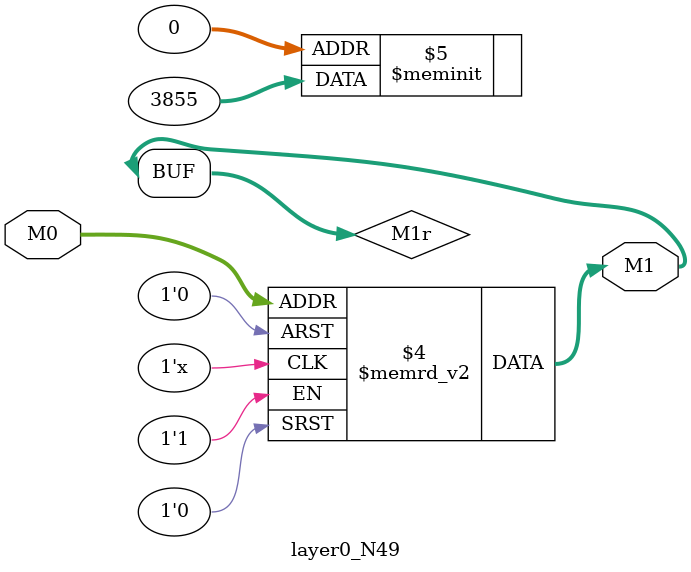
<source format=v>
module layer0_N49 ( input [3:0] M0, output [1:0] M1 );

	(*rom_style = "distributed" *) reg [1:0] M1r;
	assign M1 = M1r;
	always @ (M0) begin
		case (M0)
			4'b0000: M1r = 2'b11;
			4'b1000: M1r = 2'b00;
			4'b0100: M1r = 2'b11;
			4'b1100: M1r = 2'b00;
			4'b0010: M1r = 2'b00;
			4'b1010: M1r = 2'b00;
			4'b0110: M1r = 2'b00;
			4'b1110: M1r = 2'b00;
			4'b0001: M1r = 2'b11;
			4'b1001: M1r = 2'b00;
			4'b0101: M1r = 2'b11;
			4'b1101: M1r = 2'b00;
			4'b0011: M1r = 2'b00;
			4'b1011: M1r = 2'b00;
			4'b0111: M1r = 2'b00;
			4'b1111: M1r = 2'b00;

		endcase
	end
endmodule

</source>
